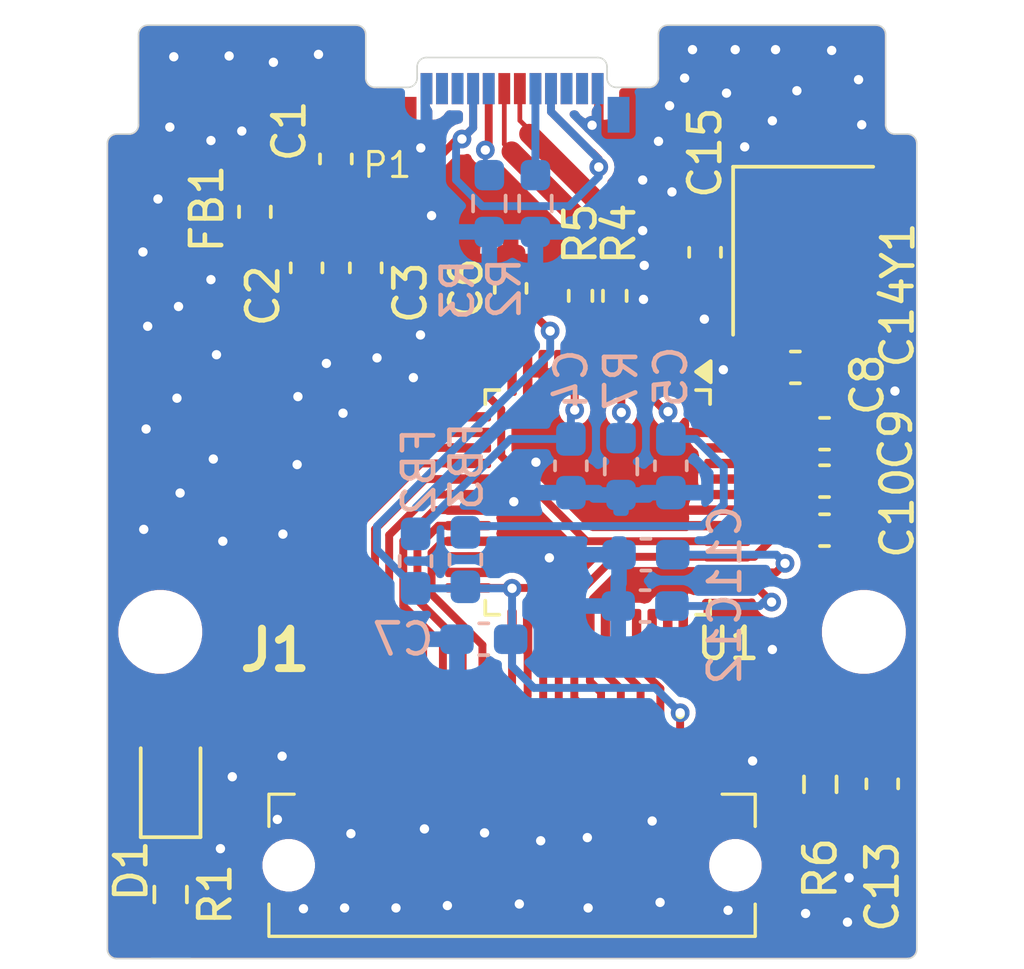
<source format=kicad_pcb>
(kicad_pcb (version 20240108) (generator "pcbnew") (generator_version "8.0")
  (title_block (title "Expansion Card Template") (rev "X1") (company "Framework") (comment 1 "This work is licensed under a Creative Commons Attribution 4.0 International License") (comment 4 "https://frame.work"))
  (layers (0 "F.Cu" signal) (31 "B.Cu" signal) (34 "B.Paste" user) (35 "F.Paste" user) (36 "B.SilkS" user "B.Silkscreen") (37 "F.SilkS" user "F.Silkscreen") (38 "B.Mask" user) (39 "F.Mask" user) (44 "Edge.Cuts" user))
  (net 0 "")
  (net 1 "GND")
  (net 2 "+3V3")
  (net 3 "VBUS")
  (net 4 "+5V")
  (net 5 "/FTDI.VPLL")
  (net 6 "/FTDI.VPHY")
  (net 7 "/FTDI.VCORE")
  (net 8 "/FTDI.VCCA")
  (net 9 "/FTDI.RESETB")
  (net 10 "/FTDI.XIN")
  (net 11 "/FTDI.XOUT")
  (net 12 "/PWR.LED.K")
  (net 13 "/USB.D+")
  (net 14 "/USB.D-")
  (net 15 "/FTDI.ADBUS1")
  (net 16 "/FTDI.ADBUS2")
  (net 17 "/FTDI.ACBUS8")
  (net 18 "/FTDI.ACBUS9")
  (net 19 "/FTDI.ACBUS5")
  (net 20 "/FTDI.ACBUS6")
  (net 21 "/FTDI.ADBUS7")
  (net 22 "/FTDI.ACBUS2")
  (net 23 "/FTDI.ADBUS3")
  (net 24 "/FTDI.ACBUS0")
  (net 25 "/FTDI.ACBUS3")
  (net 26 "/FTDI.ADBUS5")
  (net 27 "/FTDI.ADBUS6")
  (net 28 "/FTDI.ACBUS1")
  (net 29 "/FTDI.ADBUS4")
  (net 30 "/FTDI.ADBUS0")
  (net 31 "/FTDI.ACBUS4")
  (net 32 "/FTDI.ACBUS7")
  (net 33 "/USB.CC1")
  (net 40 "/USB.CC2")
  (net 45 "/FTDI.D-")
  (net 46 "/FTDI.D+")
  (net 47 "/FTDI.REF")
  (footprint "Package_QFP:LQFP-48_7x7mm_P0.5mm" (layer "F.Cu") (at 142.75 142.3375 -90)
    (property "Reference" "U1")
    (property "Value" "FT232H")
  )
  (footprint "Capacitor_SMD:C_0603_1608Metric_Pad1.08x0.95mm_HandSolder" (layer "F.Cu") (at 134.3406 131.3 90)
    (property "Reference" "C1")
    (property "Value" "10n")
  )
  (footprint "Resistor_SMD:R_0603_1608Metric_Pad0.98x0.95mm_HandSolder" (layer "F.Cu") (at 129.032 154.94 -90)
    (property "Reference" "R1")
    (property "Value" "1k5")
  )
  (footprint "Expansion_Card:USB_C_Plug_Molex_105444" (layer "F.Cu") (at 140 129)
    (property "Reference" "P1")
    (property "Value" "USB_C_Plug")
    (fp_line (start -3.35 0) (end -4.3 0) (stroke (width 0.05)) (layer "Edge.Cuts"))
    (fp_line (start -3.05 -0.66) (end -3.05 -0.3) (stroke (width 0.05)) (layer "Edge.Cuts"))
    (fp_line (start -2.75 -0.96) (end 2.75 -0.96) (stroke (width 0.05)) (layer "Edge.Cuts"))
    (fp_line (start 3.05 -0.66) (end 3.05 -0.3) (stroke (width 0.05)) (layer "Edge.Cuts"))
    (fp_line (start 3.35 0) (end 4.3 0) (stroke (width 0.05)) (layer "Edge.Cuts"))
    (fp_arc (start -3.05 -0.66) (mid -2.962132 -0.872132) (end -2.75 -0.96) (stroke (width 0.05)) (layer "Edge.Cuts"))
    (fp_arc (start -3.05 -0.3) (mid -3.137868 -0.087868) (end -3.35 0) (stroke (width 0.05)) (layer "Edge.Cuts"))
    (fp_arc (start 2.75 -0.96) (mid 2.962132 -0.872132) (end 3.05 -0.66) (stroke (width 0.05)) (layer "Edge.Cuts"))
    (fp_arc (start 3.35 0) (mid 3.137868 -0.087868) (end 3.05 -0.3) (stroke (width 0.05)) (layer "Edge.Cuts"))
  )
  (footprint "Capacitor_SMD:C_0603_1608Metric_Pad1.08x0.95mm_HandSolder" (layer "F.Cu") (at 133.4 134.8 -90)
    (property "Reference" "C2")
    (property "Value" "100n")
  )
  (footprint "MountingHole:MountingHole_2.2mm_M2" (layer "F.Cu") (at 128.7 146.5)
    (property "Reference" "H1" (hide yes))
    (property "Value" "MountingHole")
  )
  (footprint "MountingHole:MountingHole_2.2mm_M2" (layer "F.Cu") (at 151.3 146.5)
    (property "Reference" "H2" (hide yes))
    (property "Value" "MountingHole")
  )
  (footprint "Inductor_SMD:L_0603_1608Metric_Pad1.05x0.95mm_HandSolder" (layer "F.Cu") (at 131.74 133 -90)
    (property "Reference" "FB1")
    (property "Value" "FerriteBead")
  )
  (footprint "Crystal:Crystal_SMD_3225-4Pin_3.2x2.5mm_HandSoldering" (layer "F.Cu") (at 149.35 134.25 -90)
    (property "Reference" "Y1")
    (property "Value" "Crystal_GND24")
  )
  (footprint "Resistor_SMD:R_0402_1005Metric_Pad0.72x0.64mm_HandSolder" (layer "F.Cu") (at 142.2 135.7 -90)
    (property "Reference" "R5")
    (property "Value" "0R")
  )
  (footprint "Resistor_SMD:R_0603_1608Metric_Pad0.98x0.95mm_HandSolder" (layer "F.Cu") (at 149.9 151.4 90)
    (property "Reference" "R6")
    (property "Value" "12k")
  )
  (footprint "Capacitor_SMD:C_0603_1608Metric_Pad1.08x0.95mm_HandSolder" (layer "F.Cu") (at 151.892 151.384 -90)
    (property "Reference" "C13")
    (property "Value" "10n")
  )
  (footprint "Capacitor_SMD:C_0603_1608Metric_Pad1.08x0.95mm_HandSolder" (layer "F.Cu") (at 150.0367 143.2306)
    (property "Reference" "C10")
    (property "Value" "100n")
  )
  (footprint "Capacitor_SMD:C_0603_1608Metric_Pad1.08x0.95mm_HandSolder" (layer "F.Cu") (at 139.954 135.4593 90)
    (property "Reference" "C6")
    (property "Value" "100n")
  )
  (footprint "Capacitor_SMD:C_0603_1608Metric_Pad1.08x0.95mm_HandSolder" (layer "F.Cu") (at 135.3 134.8 -90)
    (property "Reference" "C3")
    (property "Value" "4u7")
  )
  (footprint "Resistor_SMD:R_0402_1005Metric_Pad0.72x0.64mm_HandSolder" (layer "F.Cu") (at 143.3 135.7 -90)
    (property "Reference" "R4")
    (property "Value" "0R")
  )
  (footprint "Capacitor_SMD:C_0603_1608Metric_Pad1.08x0.95mm_HandSolder" (layer "F.Cu") (at 149.1 138)
    (property "Reference" "C14")
    (property "Value" "27p")
  )
  (footprint "SFMH-110-02-L-D-LC-TR:SFMH11002LDLCTR" (layer "F.Cu") (at 140 154)
    (property "Reference" "J1")
    (property "Value" "SFMH-110-02-L-D-LC-TR" (hide yes))
  )
  (footprint "Capacitor_SMD:C_0603_1608Metric_Pad1.08x0.95mm_HandSolder" (layer "F.Cu") (at 150.0367 141.6558)
    (property "Reference" "C9")
    (property "Value" "4u7")
  )
  (footprint "LED_SMD:LED_0805_2012Metric_Pad1.15x1.40mm_HandSolder" (layer "F.Cu") (at 129.032 151.2375 90)
    (property "Reference" "D1")
    (property "Value" "LED")
  )
  (footprint "Capacitor_SMD:C_0603_1608Metric_Pad1.08x0.95mm_HandSolder" (layer "F.Cu") (at 150.0378 140.1318)
    (property "Reference" "C8")
    (property "Value" "100n")
  )
  (footprint "Capacitor_SMD:C_0603_1608Metric_Pad1.08x0.95mm_HandSolder" (layer "F.Cu") (at 146.2 134.3 90)
    (property "Reference" "C15")
    (property "Value" "27p")
  )
  (footprint "Resistor_SMD:R_0603_1608Metric_Pad0.98x0.95mm_HandSolder" (layer "B.Cu") (at 139.27 132.7325 -90)
    (property "Reference" "R3")
    (property "Value" "5k1")
  )
  (footprint "Inductor_SMD:L_0603_1608Metric_Pad1.05x0.95mm_HandSolder" (layer "B.Cu") (at 136.9 144.225 90)
    (property "Reference" "FB2")
    (property "Value" "FerriteBead")
  )
  (footprint "Capacitor_SMD:C_0603_1608Metric_Pad1.08x0.95mm_HandSolder" (layer "B.Cu") (at 141.89 141.1625 -90)
    (property "Reference" "C4")
    (property "Value" "100n")
  )
  (footprint "Resistor_SMD:R_0603_1608Metric_Pad0.98x0.95mm_HandSolder" (layer "B.Cu") (at 143.5 141.1875 -90)
    (property "Reference" "R7")
    (property "Value" "12k")
  )
  (footprint "Capacitor_SMD:C_0603_1608Metric_Pad1.08x0.95mm_HandSolder" (layer "B.Cu") (at 144.2985 144.018 180)
    (property "Reference" "C11")
    (property "Value" "100n")
  )
  (footprint "Resistor_SMD:R_0603_1608Metric_Pad0.98x0.95mm_HandSolder" (layer "B.Cu") (at 140.75 132.7325 -90)
    (property "Reference" "R2")
    (property "Value" "5k1")
  )
  (footprint "Inductor_SMD:L_0603_1608Metric_Pad1.05x0.95mm_HandSolder" (layer "B.Cu") (at 138.5 144.175 90)
    (property "Reference" "FB3")
    (property "Value" "FerriteBead")
  )
  (footprint "Capacitor_SMD:C_0603_1608Metric_Pad1.08x0.95mm_HandSolder" (layer "B.Cu") (at 145.1 141.1625 -90)
    (property "Reference" "C5")
    (property "Value" "100n")
  )
  (footprint "Capacitor_SMD:C_0603_1608Metric_Pad1.08x0.95mm_HandSolder" (layer "B.Cu") (at 139.0915 146.7358 180)
    (property "Reference" "C7")
    (property "Value" "100n")
  )
  (footprint "Capacitor_SMD:C_0603_1608Metric_Pad1.08x0.95mm_HandSolder" (layer "B.Cu") (at 144.272 145.669 180)
    (property "Reference" "C12")
    (property "Value" "100n")
  )
  (gr_line (start 153 130.8) (end 153 156.7) (stroke (width 0.05)) (layer "Edge.Cuts"))
  (gr_line (start 127.3 157) (end 152.7 157) (stroke (width 0.05)) (layer "Edge.Cuts"))
  (gr_arc (start 144.7 128.7) (mid 144.612132 128.912132) (end 144.4 129) (stroke (width 0.05)) (layer "Edge.Cuts"))
  (gr_arc (start 135 127) (mid 135.212132 127.087868) (end 135.3 127.3) (stroke (width 0.05)) (layer "Edge.Cuts"))
  (gr_line (start 144.7 128.7) (end 144.7 127.3) (stroke (width 0.05)) (layer "Edge.Cuts"))
  (gr_arc (start 144.7 127.3) (mid 144.787868 127.087868) (end 145 127) (stroke (width 0.05)) (layer "Edge.Cuts"))
  (gr_line (start 135 127) (end 128.3 127) (stroke (width 0.05)) (layer "Edge.Cuts"))
  (gr_line (start 145 127) (end 151.7 127) (stroke (width 0.05)) (layer "Edge.Cuts"))
  (gr_arc (start 127.3 157) (mid 127.087868 156.912132) (end 127 156.7) (stroke (width 0.05)) (layer "Edge.Cuts"))
  (gr_line (start 144.3 129) (end 144.4 129) (stroke (width 0.05)) (layer "Edge.Cuts"))
  (gr_arc (start 128 127.3) (mid 128.087868 127.087868) (end 128.3 127) (stroke (width 0.05)) (layer "Edge.Cuts"))
  (gr_line (start 128 130.2) (end 128 127.3) (stroke (width 0.05)) (layer "Edge.Cuts"))
  (gr_arc (start 128 130.2) (mid 127.912132 130.412132) (end 127.7 130.5) (stroke (width 0.05)) (layer "Edge.Cuts"))
  (gr_arc (start 127 130.8) (mid 127.087868 130.587868) (end 127.3 130.5) (stroke (width 0.05)) (layer "Edge.Cuts"))
  (gr_line (start 127.3 130.5) (end 127.7 130.5) (stroke (width 0.05)) (layer "Edge.Cuts"))
  (gr_line (start 152 130.2) (end 152 127.3) (stroke (width 0.05)) (layer "Edge.Cuts"))
  (gr_arc (start 152.7 130.5) (mid 152.912132 130.587868) (end 153 130.8) (stroke (width 0.05)) (layer "Edge.Cuts"))
  (gr_arc (start 152.3 130.5) (mid 152.087868 130.412132) (end 152 130.2) (stroke (width 0.05)) (layer "Edge.Cuts"))
  (gr_line (start 152.3 130.5) (end 152.7 130.5) (stroke (width 0.05)) (layer "Edge.Cuts"))
  (gr_line (start 127 130.8) (end 127 156.7) (stroke (width 0.05)) (layer "Edge.Cuts"))
  (gr_line (start 135.6 129) (end 135.7 129) (stroke (width 0.05)) (layer "Edge.Cuts"))
  (gr_line (start 135.3 128.7) (end 135.3 127.3) (stroke (width 0.05)) (layer "Edge.Cuts"))
  (gr_arc (start 153 156.7) (mid 152.912132 156.912132) (end 152.7 157) (stroke (width 0.05)) (layer "Edge.Cuts"))
  (gr_arc (start 151.7 127) (mid 151.912132 127.087868) (end 152 127.3) (stroke (width 0.05)) (layer "Edge.Cuts"))
  (gr_arc (start 135.6 129) (mid 135.387868 128.912132) (end 135.3 128.7) (stroke (width 0.05)) (layer "Edge.Cuts"))
  (segment (start 146.7375 135.7) (end 146.2 135.1625) (width 0.254) (layer "F.Cu") (net 1))
  (segment (start 142.75 130.05) (end 143.1417 130.4417) (width 0.1524) (layer "F.Cu") (net 1))
  (segment (start 137.100256 130.945944) (end 137.067344 130.945944) (width 0.1524) (layer "F.Cu") (net 1))
  (segment (start 137.25 130.7962) (end 137.100256 130.945944) (width 0.1524) (layer "F.Cu") (net 1))
  (segment (start 142.75 129.04) (end 142.75 130.05) (width 0.1524) (layer "F.Cu") (net 1))
  (segment (start 139.69763 144.5875) (end 140.16553 144.1196) (width 0.1524) (layer "F.Cu") (net 1))
  (segment (start 137.25 129.04) (end 137.25 130.7962) (width 0.1524) (layer "F.Cu") (net 1))
  (segment (start 140.16553 144.1196) (end 141.1986 144.1196) (width 0.1524) (layer "F.Cu") (net 1))
  (segment (start 138.5875 144.5875) (end 139.69763 144.5875) (width 0.1524) (layer "F.Cu") (net 1))
  (segment (start 142.915688 130.215688) (end 143.1417 130.4417) (width 0.1524) (layer "F.Cu") (net 1))
  (segment (start 143.1417 130.4417) (end 143.4338 130.7338) (width 0.1524) (layer "F.Cu") (net 1))
  (segment (start 143.4338 130.7338) (end 144.7038 130.7338) (width 0.1524) (layer "F.Cu") (net 1))
  (segment (start 148.2 135.7) (end 146.7375 135.7) (width 0.254) (layer "F.Cu") (net 1))
  (segment (start 142.57 130.215688) (end 142.915688 130.215688) (width 0.1524) (layer "F.Cu") (net 1))
  (via (at 130.6322 153.4668) (size 0.6) (drill 0.3) (layers "F.Cu" "B.Cu") (net 1))
  (via (at 128.6256 132.588) (size 0.6) (drill 0.3) (layers "F.Cu" "B.Cu") (net 1))
  (via (at 150.2664 127.8128) (size 0.6) (drill 0.3) (layers "F.Cu" "B.Cu") (net 1))
  (via (at 144.5006 152.5778) (size 0.6) (drill 0.3) (layers "F.Cu" "B.Cu") (net 1))
  (via (at 140.7668 141.0462) (size 0.6) (drill 0.3) (layers "F.Cu" "B.Cu") (net 1))
  (via (at 135.6614 137.6934) (size 0.6) (drill 0.3) (layers "F.Cu" "B.Cu") (net 1))
  (via (at 129.2352 138.9888) (size 0.6) (drill 0.3) (layers "F.Cu" "B.Cu") (net 1))
  (via (at 130.3274 135.1788) (size 0.6) (drill 0.3) (layers "F.Cu" "B.Cu") (net 1))
  (via (at 141.1986 144.1196) (size 0.6) (drill 0.3) (layers "F.Cu" "B.Cu") (net 1))
  (via (at 130.9116 127.9906) (size 0.6) (drill 0.3) (layers "F.Cu" "B.Cu") (net 1))
  (via (at 147.4724 130.9116) (size 0.6) (drill 0.3) (layers "F.Cu" "B.Cu") (net 1))
  (via (at 144.7546 155.194) (size 0.6) (drill 0.3) (layers "F.Cu" "B.Cu") (net 1))
  (via (at 129.0066 130.2766) (size 0.6) (drill 0.3) (layers "F.Cu" "B.Cu") (net 1))
  (via (at 147.7264 150.6474) (size 0.6) (drill 0.3) (layers "F.Cu" "B.Cu") (net 1))
  (via (at 148.463 127.7874) (size 0.6) (drill 0.3) (layers "F.Cu" "B.Cu") (net 1))
  (via (at 144.2212 135.8138) (size 0.6) (drill 0.3) (layers "F.Cu" "B.Cu") (net 1))
  (via (at 129.286 136.0424) (size 0.6) (drill 0.3) (layers "F.Cu" "B.Cu") (net 1))
  (via (at 128.143 134.2898) (size 0.6) (drill 0.3) (layers "F.Cu" "B.Cu") (net 1))
  (via (at 146.7866 138.0744) (size 0.6) (drill 0.3) (layers "F.Cu" "B.Cu") (net 1))
  (via (at 130.5052 137.5918) (size 0.6) (drill 0.3) (layers "F.Cu" "B.Cu") (net 1))
  (via (at 139.1158 152.9588) (size 0.6) (drill 0.3) (layers "F.Cu" "B.Cu") (net 1))
  (via (at 145.1356 132.3594) (size 0.6) (drill 0.3) (layers "F.Cu" "B.Cu") (net 1))
  (via (at 150.8252 154.4066) (size 0.6) (drill 0.3) (layers "F.Cu" "B.Cu") (net 1))
  (via (at 130.3274 130.7084) (size 0.6) (drill 0.3) (layers "F.Cu" "B.Cu") (net 1))
  (via (at 152.2984 138.7602) (size 0.6) (drill 0.3) (layers "F.Cu" "B.Cu") (net 1))
  (via (at 146.177 136.4488) (size 0.6) (drill 0.3) (layers "F.Cu" "B.Cu") (net 1))
  (via (at 146.8882 129.1844) (size 0.6) (drill 0.3) (layers "F.Cu" "B.Cu") (net 1))
  (via (at 142.57 130.215688) (size 0.6) (drill 0.3) (layers "F.Cu" "B.Cu") (net 1))
  (via (at 132.6134 150.495) (size 0.6) (drill 0.3) (layers "F.Cu" "B.Cu") (net 1))
  (via (at 149.4282 155.5496) (size 0.6) (drill 0.3) (layers "F.Cu" "B.Cu") (net 1))
  (via (at 128.2954 136.6774) (size 0.6) (drill 0.3) (layers "F.Cu" "B.Cu") (net 1))
  (via (at 137.414 133.1214) (size 0.6) (drill 0.3) (layers "F.Cu" "B.Cu") (net 1))
  (via (at 137.067344 130.945944) (size 0.6) (drill 0.3) (layers "F.Cu" "B.Cu") (net 1))
  (via (at 131.0132 151.1554) (size 0.6) (drill 0.3) (layers "F.Cu" "B.Cu") (net 1))
  (via (at 144.1958 131.9784) (size 0.6) (drill 0.3) (layers "F.Cu" "B.Cu") (net 1))
  (via (at 142.4432 155.3718) (size 0.6) (drill 0.3) (layers "F.Cu" "B.Cu") (net 1))
  (via (at 151.2316 130.2004) (size 0.6) (drill 0.3) (layers "F.Cu" "B.Cu") (net 1))
  (via (at 133.096 141.1224) (size 0.6) (drill 0.3) (layers "F.Cu" "B.Cu") (net 1))
  (via (at 150.7744 155.829) (size 0.6) (drill 0.3) (layers "F.Cu" "B.Cu") (net 1))
  (via (at 128.1684 143.2052) (size 0.6) (drill 0.3) (layers "F.Cu" "B.Cu") (net 1))
  (via (at 148.3614 130.0734) (size 0.6) (drill 0.3) (layers "F.Cu" "B.Cu") (net 1))
  (via (at 151.13 128.7526) (size 0.6) (drill 0.3) (layers "F.Cu" "B.Cu") (net 1))
  (via (at 129.1336 128.016) (size 0.6) (drill 0.3) (layers "F.Cu" "B.Cu") (net 1))
  (via (at 133.7818 127.9398) (size 0.6) (drill 0.3) (layers "F.Cu" "B.Cu") (net 1))
  (via (at 136.8298 138.3284) (size 0.6) (drill 0.3) (layers "F.Cu" "B.Cu") (net 1))
  (via (at 142.4178 153.1112) (size 0.6) (drill 0.3) (layers "F.Cu" "B.Cu") (net 1))
  (via (at 137.1854 152.8318) (size 0.6) (drill 0.3) (layers "F.Cu" "B.Cu") (net 1))
  (via (at 130.4036 140.9446) (size 0.6) (drill 0.3) (layers "F.Cu" "B.Cu") (net 1))
  (via (at 128.2446 139.9794) (size 0.6) (drill 0.3) (layers "F.Cu" "B.Cu") (net 1))
  (via (at 147.1676 127.7874) (size 0.6) (drill 0.3) (layers "F.Cu" "B.Cu") (net 1))
  (via (at 146.939 155.448) (size 0.6) (drill 0.3) (layers "F.Cu" "B.Cu") (net 1))
  (via (at 137.922 155.2956) (size 0.6) (drill 0.3) (layers "F.Cu" "B.Cu") (net 1))
  (via (at 145.542 128.7018) (size 0.6) (drill 0.3) (layers "F.Cu" "B.Cu") (net 1))
  (via (at 132.6388 143.3576) (size 0.6) (drill 0.3) (layers "F.Cu" "B.Cu") (net 1))
  (via (at 148.3614 147.066) (size 0.6) (drill 0.3) (layers "F.Cu" "B.Cu") (net 1))
  (via (at 140.2334 155.2448) (size 0.6) (drill 0.3) (layers "F.Cu" "B.Cu") (net 1))
  (via (at 144.2466 134.7216) (size 0.6) (drill 0.3) (layers "F.Cu" "B.Cu") (net 1))
  (via (at 140.9192 153.2128) (size 0.6) (drill 0.3) (layers "F.Cu" "B.Cu") (net 1))
  (via (at 133.2992 155.3972) (size 0.6) (drill 0.3) (layers "F.Cu" "B.Cu") (net 1))
  (via (at 140.0556 142.3162) (size 0.6) (drill 0.3) (layers "F.Cu" "B.Cu") (net 1))
  (via (at 136.271 155.3718) (size 0.6) (drill 0.3) (layers "F.Cu" "B.Cu") (net 1))
  (via (at 129.3368 142.0368) (size 0.6) (drill 0.3) (layers "F.Cu" "B.Cu") (net 1))
  (via (at 132.461 152.527) (size 0.6) (drill 0.3) (layers "F.Cu" "B.Cu") (net 1))
  (via (at 144.7038 130.7338) (size 0.6) (drill 0.3) (layers "F.Cu" "B.Cu") (net 1))
  (via (at 133.1214 138.938) (size 0.6) (drill 0.3) (layers "F.Cu" "B.Cu") (net 1))
  (via (at 134.5692 139.4714) (size 0.6) (drill 0.3) (layers "F.Cu" "B.Cu") (net 1))
  (via (at 130.7084 143.5862) (size 0.6) (drill 0.3) (layers "F.Cu" "B.Cu") (net 1))
  (via (at 145.0594 129.5908) (size 0.6) (drill 0.3) (layers "F.Cu" "B.Cu") (net 1))
  (via (at 132.334 128.1938) (size 0.6) (drill 0.3) (layers "F.Cu" "B.Cu") (net 1))
  (via (at 134.8232 152.9842) (size 0.6) (drill 0.3) (layers "F.Cu" "B.Cu") (net 1))
  (via (at 134.62 155.3718) (size 0.6) (drill 0.3) (layers "F.Cu" "B.Cu") (net 1))
  (via (at 134.0358 137.8712) (size 0.6) (drill 0.3) (layers "F.Cu" "B.Cu") (net 1))
  (via (at 137.0584 136.9568) (size 0.6) (drill 0.3) (layers "F.Cu" "B.Cu") (net 1))
  (via (at 144.1958 133.604) (size 0.6) (drill 0.3) (layers "F.Cu" "B.Cu") (net 1))
  (via (at 149.1488 129.1082) (size 0.6) (drill 0.3) (layers "F.Cu" "B.Cu") (net 1))
  (via (at 131.318 130.4036) (size 0.6) (drill 0.3) (layers "F.Cu" "B.Cu") (net 1))
  (via (at 145.796 127.7874) (size 0.6) (drill 0.3) (layers "F.Cu" "B.Cu") (net 1))
  (segment (start 142.753112 130.215688) (end 142.57 130.215688) (width 0.1524) (layer "B.Cu") (net 1))
  (segment (start 142.7938 130.175) (end 142.753112 130.215688) (width 0.1524) (layer "B.Cu") (net 1))
  (segment (start 142.75 129.04) (end 142.75 130.1312) (width 0.1524) (layer "B.Cu") (net 1))
  (segment (start 142.75 130.1312) (end 142.7938 130.175) (width 0.1524) (layer "B.Cu") (net 1))
  (segment (start 137.25 129.04) (end 137.25 130.763288) (width 0.1524) (layer "B.Cu") (net 1))
  (segment (start 137.25 130.763288) (end 137.067344 130.945944) (width 0.1524) (layer "B.Cu") (net 1))
  (segment (start 149.86 152.4) (end 146.258 152.4) (width 0.254) (layer "F.Cu") (net 2))
  (segment (start 140 136.3678) (end 139.954 136.3218) (width 0.254) (layer "F.Cu") (net 2))
  (segment (start 148.6367 143.2306) (end 149.1742 143.2306) (width 0.254) (layer "F.Cu") (net 2))
  (segment (start 145.398 149.102) (end 145.4 149.1) (width 0.254) (layer "F.Cu") (net 2))
  (segment (start 140 145.1) (end 140.0125 145.0875) (width 0.254) (layer "F.Cu") (net 2))
  (segment (start 139.954 136.3218) (end 140.716 136.3218) (width 0.254) (layer "F.Cu") (net 2))
  (segment (start 140 138.175) (end 140 136.3678) (width 0.254) (layer "F.Cu") (net 2))
  (segment (start 149.1742 141.6558) (end 149.1742 143.2306) (width 0.254) (layer "F.Cu") (net 2))
  (segment (start 148.2105 140.5875) (end 146.9125 140.5875) (width 0.254) (layer "F.Cu") (net 2))
  (segment (start 145.398 151.54) (end 145.398 150.57) (width 0.254) (layer "F.Cu") (net 2))
  (segment (start 146.9125 144.0875) (end 147.7798 144.0875) (width 0.254) (layer "F.Cu") (net 2))
  (segment (start 149.1753 140.1318) (end 149.1753 141.6547) (width 0.254) (layer "F.Cu") (net 2))
  (segment (start 149.1753 141.6547) (end 149.1742 141.6558) (width 0.254) (layer "F.Cu") (net 2))
  (segment (start 148.6662 140.1318) (end 148.2105 140.5875) (width 0.254) (layer "F.Cu") (net 2))
  (segment (start 138.5875 145.0875) (end 139.9875 145.0875) (width 0.254) (layer "F.Cu") (net 2))
  (segment (start 140.716 136.3218) (end 141.224 136.8298) (width 0.254) (layer "F.Cu") (net 2))
  (segment (start 142.3025 145.0875) (end 143.3025 144.0875) (width 0.254) (layer "F.Cu") (net 2))
  (segment (start 145.398 150.57) (end 145.398 149.102) (width 0.254) (layer "F.Cu") (net 2))
  (segment (start 146.258 152.4) (end 145.398 151.54) (width 0.254) (layer "F.Cu") (net 2))
  (segment (start 143.3025 144.0875) (end 146.9125 144.0875) (width 0.254) (layer "F.Cu") (net 2))
  (segment (start 147.7798 144.0875) (end 148.6367 143.2306) (width 0.254) (layer "F.Cu") (net 2))
  (segment (start 139.9875 145.0875) (end 140 145.1) (width 0.254) (layer "F.Cu") (net 2))
  (segment (start 149.1753 140.1318) (end 148.6662 140.1318) (width 0.254) (layer "F.Cu") (net 2))
  (segment (start 140.0125 145.0875) (end 142.3025 145.0875) (width 0.254) (layer "F.Cu") (net 2))
  (via (at 140 145.1) (size 0.6) (drill 0.3) (layers "F.Cu" "B.Cu") (net 2))
  (via (at 141.224 136.8298) (size 0.6) (drill 0.3) (layers "F.Cu" "B.Cu") (net 2))
  (via (at 145.4 149.1) (size 0.6) (drill 0.3) (layers "F.Cu" "B.Cu") (net 2))
  (segment (start 141.224 137.541) (end 141.224 136.8298) (width 0.254) (layer "B.Cu") (net 2))
  (segment (start 140 145.1) (end 136.9 145.1) (width 0.254) (layer "B.Cu") (net 2))
  (segment (start 144.6 148.3) (end 140.7 148.3) (width 0.254) (layer "B.Cu") (net 2))
  (segment (start 135.6614 143.1036) (end 141.224 137.541) (width 0.254) (layer "B.Cu") (net 2))
  (segment (start 135.6614 143.8614) (end 135.6614 143.1036) (width 0.254) (layer "B.Cu") (net 2))
  (segment (start 136.9 145.1) (end 135.6614 143.8614) (width 0.254) (layer "B.Cu") (net 2))
  (segment (start 145.4 149.1) (end 144.6 148.3) (width 0.254) (layer "B.Cu") (net 2))
  (segment (start 140 147.6) (end 140 145.1) (width 0.254) (layer "B.Cu") (net 2))
  (segment (start 140.7 148.3) (end 140 147.6) (width 0.254) (layer "B.Cu") (net 2))
  (segment (start 142.557 131.0894) (end 142.5702 131.0894) (width 0.1524) (layer "F.Cu") (net 3))
  (segment (start 138.39 130.66) (end 138.24 130.66) (width 0.254) (layer "F.Cu") (net 3))
  (segment (start 138.24 130.66) (end 136.775 132.125) (width 0.254) (layer "F.Cu") (net 3))
  (segment (start 141.25 129.7824) (end 142.557 131.0894) (width 0.254) (layer "F.Cu") (net 3))
  (segment (start 136.775 132.125) (end 131.74 132.125) (width 0.254) (layer "F.Cu") (net 3))
  (segment (start 138.75 130.3) (end 138.75 129.04) (width 0.254) (layer "F.Cu") (net 3))
  (segment (start 138.39 130.66) (end 138.75 130.3) (width 0.254) (layer "F.Cu") (net 3))
  (segment (start 142.5702 131.0894) (end 142.784843 131.304043) (width 0.254) (layer "F.Cu") (net 3))
  (segment (start 141.25 129.04) (end 141.25 129.7824) (width 0.254) (layer "F.Cu") (net 3))
  (segment (start 142.784843 131.304043) (end 142.784843 131.560557) (width 0.1524) (layer "F.Cu") (net 3))
  (via (at 138.39 130.66) (size 0.6) (drill 0.3) (layers "F.Cu" "B.Cu") (net 3))
  (via (at 142.784843 131.560557) (size 0.6) (drill 0.3) (layers "F.Cu" "B.Cu") (net 3))
  (segment (start 138.75 130.3) (end 138.75 129.04) (width 0.254) (layer "B.Cu") (net 3))
  (segment (start 141.8336 132.8166) (end 139.046038 132.8166) (width 0.254) (layer "B.Cu") (net 3))
  (segment (start 138.39 130.66) (end 138.75 130.3) (width 0.254) (layer "B.Cu") (net 3))
  (segment (start 138.2014 130.8486) (end 138.39 130.66) (width 0.1524) (layer "B.Cu") (net 3))
  (segment (start 141.25 129.7824) (end 142.784843 131.317243) (width 0.254) (layer "B.Cu") (net 3))
  (segment (start 141.25 129.04) (end 141.25 129.7824) (width 0.254) (layer "B.Cu") (net 3))
  (segment (start 139.046038 132.8166) (end 138.2014 131.971962) (width 0.254) (layer "B.Cu") (net 3))
  (segment (start 142.784843 131.317243) (end 142.784843 131.865357) (width 0.254) (layer "B.Cu") (net 3))
  (segment (start 138.2014 131.971962) (end 138.2014 130.8486) (width 0.254) (layer "B.Cu") (net 3))
  (segment (start 142.784843 131.865357) (end 141.8336 132.8166) (width 0.254) (layer "B.Cu") (net 3))
  (segment (start 131.74 148.32) (end 131.74 133.875) (width 0.254) (layer "F.Cu") (net 4))
  (segment (start 142.3937 143.5875) (end 139.652 140.8458) (width 0.254) (layer "F.Cu") (net 4))
  (segment (start 138.5 138.191908) (end 138.5 135.5) (width 0.254) (layer "F.Cu") (net 4))
  (segment (start 129.8475 150.2125) (end 131.74 148.32) (width 0.254) (layer "F.Cu") (net 4))
  (segment (start 146.9125 143.5875) (end 142.3937 143.5875) (width 0.254) (layer "F.Cu") (net 4))
  (segment (start 129.032 150.2125) (end 129.8475 150.2125) (width 0.254) (layer "F.Cu") (net 4))
  (segment (start 136.875 133.875) (end 131.74 133.875) (width 0.254) (layer "F.Cu") (net 4))
  (segment (start 138.5 135.5) (end 136.875 133.875) (width 0.254) (layer "F.Cu") (net 4))
  (segment (start 139.652 139.343908) (end 138.5 138.191908) (width 0.254) (layer "F.Cu") (net 4))
  (segment (start 139.652 140.8458) (end 139.652 139.343908) (width 0.254) (layer "F.Cu") (net 4))
  (segment (start 142.0114 138.1864) (end 142 138.175) (width 0.254) (layer "F.Cu") (net 5))
  (segment (start 142.0114 139.3698) (end 142.0114 138.1864) (width 0.254) (layer "F.Cu") (net 5))
  (via (at 142.0114 139.3698) (size 0.6) (drill 0.3) (layers "F.Cu" "B.Cu") (net 5))
  (segment (start 139.95 140.3) (end 141.89 140.3) (width 0.254) (layer "B.Cu") (net 5))
  (segment (start 141.89 139.4912) (end 141.89 140.3) (width 0.254) (layer "B.Cu") (net 5))
  (segment (start 142.0114 139.3698) (end 141.89 139.4912) (width 0.254) (layer "B.Cu") (net 5))
  (segment (start 136.9 143.35) (end 139.95 140.3) (width 0.254) (layer "B.Cu") (net 5))
  (segment (start 144.5 138.175) (end 144.5 138.983092) (width 0.254) (layer "F.Cu") (net 6))
  (segment (start 144.816908 139.3) (end 145.01 139.42) (width 0.254) (layer "F.Cu") (net 6))
  (segment (start 144.5 138.983092) (end 144.816908 139.3) (width 0.254) (layer "F.Cu") (net 6))
  (segment (start 145.01 139.42) (end 145 139.3) (width 0.254) (layer "F.Cu") (net 6))
  (via (at 145.01 139.42) (size 0.6) (drill 0.3) (layers "F.Cu" "B.Cu") (net 6))
  (segment (start 145.01 140.21) (end 145.1 140.3) (width 0.254) (layer "B.Cu") (net 6))
  (segment (start 145.9 140.3) (end 145.1 140.3) (width 0.254) (layer "B.Cu") (net 6))
  (segment (start 146.8 142.4) (end 146.8 141.2) (width 0.254) (layer "B.Cu") (net 6))
  (segment (start 145.01 139.42) (end 145.01 140.21) (width 0.254) (layer "B.Cu") (net 6))
  (segment (start 146.1 143.1) (end 146.8 142.4) (width 0.254) (layer "B.Cu") (net 6))
  (segment (start 146.8 141.2) (end 145.9 140.3) (width 0.254) (layer "B.Cu") (net 6))
  (segment (start 138.7 143.1) (end 146.1 143.1) (width 0.254) (layer "B.Cu") (net 6))
  (segment (start 138.5 143.3) (end 138.7 143.1) (width 0.254) (layer "B.Cu") (net 6))
  (segment (start 148.7678 144.2974) (end 148.4777 144.5875) (width 0.254) (layer "F.Cu") (net 7))
  (segment (start 148.4777 144.5875) (end 146.9125 144.5875) (width 0.254) (layer "F.Cu") (net 7))
  (via (at 148.7678 144.2974) (size 0.6) (drill 0.3) (layers "F.Cu" "B.Cu") (net 7))
  (segment (start 148.4884 144.018) (end 145.161 144.018) (width 0.254) (layer "B.Cu") (net 7))
  (segment (start 148.7678 144.2974) (end 148.4884 144.018) (width 0.254) (layer "B.Cu") (net 7))
  (segment (start 148.336 145.542) (end 147.8815 145.0875) (width 0.254) (layer "F.Cu") (net 8))
  (segment (start 147.8815 145.0875) (end 146.9125 145.0875) (width 0.254) (layer "F.Cu") (net 8))
  (via (at 148.336 145.542) (size 0.6) (drill 0.3) (layers "F.Cu" "B.Cu") (net 8))
  (segment (start 148.082 145.542) (end 147.955 145.669) (width 0.254) (layer "B.Cu") (net 8))
  (segment (start 148.336 145.542) (end 148.082 145.542) (width 0.254) (layer "B.Cu") (net 8))
  (segment (start 147.955 145.669) (end 145.1345 145.669) (width 0.254) (layer "B.Cu") (net 8))
  (segment (start 151.892 150.5215) (end 149.9135 150.5215) (width 0.254) (layer "F.Cu") (net 9))
  (segment (start 148.59 148.59) (end 149.86 149.86) (width 0.254) (layer "F.Cu") (net 9))
  (segment (start 149.86 149.86) (end 149.86 150.575) (width 0.254) (layer "F.Cu") (net 9))
  (segment (start 149.9135 150.5215) (end 149.86 150.575) (width 0.254) (layer "F.Cu") (net 9))
  (segment (start 145.796 148.59) (end 148.59 148.59) (width 0.254) (layer "F.Cu") (net 9))
  (segment (start 144.5 147.308092) (end 144.756408 147.5645) (width 0.254) (layer "F.Cu") (net 9))
  (segment (start 144.7705 147.5645) (end 145.796 148.59) (width 0.254) (layer "F.Cu") (net 9))
  (segment (start 144.756408 147.5645) (end 144.7705 147.5645) (width 0.254) (layer "F.Cu") (net 9))
  (segment (start 144.5 146.5) (end 144.5 147.308092) (width 0.254) (layer "F.Cu") (net 9))
  (segment (start 150.5 135.85) (end 149.25 137.1) (width 0.254) (layer "F.Cu") (net 10))
  (segment (start 149.9625 137.8125) (end 149.25 137.1) (width 0.254) (layer "F.Cu") (net 10))
  (segment (start 145.5 137.3) (end 145.5 138.175) (width 0.254) (layer "F.Cu") (net 10))
  (segment (start 145.7 137.1) (end 145.5 137.3) (width 0.254) (layer "F.Cu") (net 10))
  (segment (start 149.9625 138) (end 149.9625 137.8125) (width 0.254) (layer "F.Cu") (net 10))
  (segment (start 149.25 137.1) (end 145.7 137.1) (width 0.254) (layer "F.Cu") (net 10))
  (segment (start 150.5 135.7) (end 150.5 135.85) (width 0.254) (layer "F.Cu") (net 10))
  (segment (start 147.4625 133.5375) (end 148.2 132.8) (width 0.254) (layer "F.Cu") (net 11))
  (segment (start 145 138.175) (end 145 134.2) (width 0.254) (layer "F.Cu") (net 11))
  (segment (start 145 134.2) (end 145.6625 133.5375) (width 0.254) (layer "F.Cu") (net 11))
  (segment (start 145.6625 133.5375) (end 147.4625 133.5375) (width 0.254) (layer "F.Cu") (net 11))
  (segment (start 129.032 152.2625) (end 129.032 154.0275) (width 0.254) (layer "F.Cu") (net 12))
  (segment (start 142.2 135.1025) (end 142.2 134.566249) (width 0.65) (layer "F.Cu") (net 13))
  (segment (start 139.75 130.823813) (end 139.988219 131.062032) (width 0.1524) (layer "F.Cu") (net 13))
  (segment (start 142.35 133.423813) (end 139.988219 131.062032) (width 0.65) (layer "F.Cu") (net 13))
  (segment (start 139.75 129.04) (end 139.75 130.823813) (width 0.1524) (layer "F.Cu") (net 13))
  (segment (start 142.35 134.416249) (end 142.35 133.423813) (width 0.65) (layer "F.Cu") (net 13))
  (segment (start 142.2 134.566249) (end 142.35 134.416249) (width 0.65) (layer "F.Cu") (net 13))
  (segment (start 140.25 129.04) (end 140.25 130.0646) (width 0.1524) (layer "F.Cu") (net 14))
  (segment (start 143.3 135.1025) (end 143.3 134.566249) (width 0.65) (layer "F.Cu") (net 14))
  (segment (start 140.25 130.0646) (end 140.553905 130.368505) (width 0.1524) (layer "F.Cu") (net 14))
  (segment (start 143.3 134.566249) (end 143.15 134.416249) (width 0.65) (layer "F.Cu") (net 14))
  (segment (start 143.15 134.416249) (end 143.15 133.092441) (width 0.65) (layer "F.Cu") (net 14))
  (segment (start 143.15 133.092441) (end 140.553905 130.496346) (width 0.65) (layer "F.Cu") (net 14))
  (segment (start 140.553905 130.368505) (end 140.553905 130.496346) (width 0.1524) (layer "F.Cu") (net 14))
  (segment (start 136.785038 140.0875) (end 134.236 142.636538) (width 0.254) (layer "F.Cu") (net 15))
  (segment (start 134.236 146.682) (end 134.603 147.049) (width 0.254) (layer "F.Cu") (net 15))
  (segment (start 134.236 142.636538) (end 134.236 146.682) (width 0.254) (layer "F.Cu") (net 15))
  (segment (start 134.603 147.049) (end 134.603 150.57) (width 0.254) (layer "F.Cu") (net 15))
  (segment (start 138.5875 140.0875) (end 136.785038 140.0875) (width 0.254) (layer "F.Cu") (net 15))
  (segment (start 134.69 146.416316) (end 135.238 146.964316) (width 0.254) (layer "F.Cu") (net 16))
  (segment (start 138.5875 140.5875) (end 136.927092 140.5875) (width 0.254) (layer "F.Cu") (net 16))
  (segment (start 136.927092 140.5875) (end 134.955947 142.558644) (width 0.254) (layer "F.Cu") (net 16))
  (segment (start 134.69 142.82459) (end 134.69 146.416316) (width 0.254) (layer "F.Cu") (net 16))
  (segment (start 134.955947 142.558644) (end 134.69 142.82459) (width 0.254) (layer "F.Cu") (net 16))
  (segment (start 135.238 146.964316) (end 135.238 150.57) (width 0.254) (layer "F.Cu") (net 16))
  (segment (start 144.128 148.326052) (end 143.5 147.698052) (width 0.254) (layer "F.Cu") (net 17))
  (segment (start 143.5 147.698052) (end 143.5 146.5) (width 0.254) (layer "F.Cu") (net 17))
  (segment (start 144.128 150.57) (end 144.128 148.326052) (width 0.254) (layer "F.Cu") (net 17))
  (segment (start 144.763 148.319) (end 144.763 150.57) (width 0.254) (layer "F.Cu") (net 18))
  (segment (start 144 147.556) (end 144.763 148.319) (width 0.254) (layer "F.Cu") (net 18))
  (segment (start 144 146.5) (end 144 147.556) (width 0.254) (layer "F.Cu") (net 18))
  (segment (start 142 148.638) (end 142.223 148.861) (width 0.254) (layer "F.Cu") (net 19))
  (segment (start 142.223 148.861) (end 142.223 150.57) (width 0.254) (layer "F.Cu") (net 19))
  (segment (start 142 146.5) (end 142 148.638) (width 0.254) (layer "F.Cu") (net 19))
  (segment (start 142.858 148.446) (end 142.858 150.57) (width 0.254) (layer "F.Cu") (net 20))
  (segment (start 142.5 146.5) (end 142.5 148.088) (width 0.254) (layer "F.Cu") (net 20))
  (segment (start 142.5 148.088) (end 142.858 148.446) (width 0.254) (layer "F.Cu") (net 20))
  (segment (start 138.5875 143.0875) (end 137.637355 143.0875) (width 0.254) (layer "F.Cu") (net 21))
  (segment (start 136.96 145.476053) (end 138.413 146.929053) (width 0.254) (layer "F.Cu") (net 21))
  (segment (start 136.96 143.764855) (end 136.96 145.476053) (width 0.254) (layer "F.Cu") (net 21))
  (segment (start 138.413 146.929053) (end 138.413 150.57) (width 0.254) (layer "F.Cu") (net 21))
  (segment (start 137.637355 143.0875) (end 136.96 143.764855) (width 0.254) (layer "F.Cu") (net 21))
  (segment (start 140.318 148.734) (end 140.318 150.57) (width 0.254) (layer "F.Cu") (net 22))
  (segment (start 140.5 148.552) (end 140.318 148.734) (width 0.254) (layer "F.Cu") (net 22))
  (segment (start 140.5 146.5) (end 140.5 148.552) (width 0.254) (layer "F.Cu") (net 22))
  (segment (start 137.069144 141.0875) (end 135.409947 142.746696) (width 0.254) (layer "F.Cu") (net 23))
  (segment (start 138.5875 141.0875) (end 137.069144 141.0875) (width 0.254) (layer "F.Cu") (net 23))
  (segment (start 135.409947 142.746696) (end 135.144 143.012643) (width 0.254) (layer "F.Cu") (net 23))
  (segment (start 135.144 146.228263) (end 135.873 146.957263) (width 0.254) (layer "F.Cu") (net 23))
  (segment (start 135.873 146.957263) (end 135.873 150.57) (width 0.254) (layer "F.Cu") (net 23))
  (segment (start 135.144 143.012643) (end 135.144 146.228263) (width 0.254) (layer "F.Cu") (net 23))
  (segment (start 137.414 145.288) (end 139.048 146.922) (width 0.254) (layer "F.Cu") (net 24))
  (segment (start 137.414 143.952908) (end 137.414 145.288) (width 0.254) (layer "F.Cu") (net 24))
  (segment (start 139.048 146.922) (end 139.048 150.57) (width 0.254) (layer "F.Cu") (net 24))
  (segment (start 137.779408 143.5875) (end 137.414 143.952908) (width 0.254) (layer "F.Cu") (net 24))
  (segment (start 138.5875 143.5875) (end 137.779408 143.5875) (width 0.254) (layer "F.Cu") (net 24))
  (segment (start 141 146.5) (end 141 150.523) (width 0.254) (layer "F.Cu") (net 25))
  (segment (start 141 150.523) (end 140.953 150.57) (width 0.254) (layer "F.Cu") (net 25))
  (segment (start 138.5875 142.0875) (end 137.353249 142.0875) (width 0.254) (layer "F.Cu") (net 26))
  (segment (start 137.143 146.943159) (end 137.143 150.57) (width 0.254) (layer "F.Cu") (net 26))
  (segment (start 136.052 143.388749) (end 136.052 145.852159) (width 0.254) (layer "F.Cu") (net 26))
  (segment (start 136.052 145.852159) (end 137.143 146.943159) (width 0.254) (layer "F.Cu") (net 26))
  (segment (start 137.353249 142.0875) (end 136.052 143.388749) (width 0.254) (layer "F.Cu") (net 26))
  (segment (start 137.778 146.936106) (end 137.778 150.57) (width 0.254) (layer "F.Cu") (net 27))
  (segment (start 137.495302 142.5875) (end 136.506 143.576802) (width 0.254) (layer "F.Cu") (net 27))
  (segment (start 136.506 143.576802) (end 136.506 145.664106) (width 0.254) (layer "F.Cu") (net 27))
  (segment (start 136.506 145.664106) (end 137.778 146.936106) (width 0.254) (layer "F.Cu") (net 27))
  (segment (start 138.5875 142.5875) (end 137.495302 142.5875) (width 0.254) (layer "F.Cu") (net 27))
  (segment (start 139.683 148.607) (end 140 148.29) (width 0.254) (layer "F.Cu") (net 28))
  (segment (start 139.683 150.57) (end 139.683 148.607) (width 0.254) (layer "F.Cu") (net 28))
  (segment (start 140 148.29) (end 140 146.5) (width 0.254) (layer "F.Cu") (net 28))
  (segment (start 136.508 146.950211) (end 136.508 150.57) (width 0.254) (layer "F.Cu") (net 29))
  (segment (start 135.598 143.200696) (end 135.598 146.040211) (width 0.254) (layer "F.Cu") (net 29))
  (segment (start 135.598 146.040211) (end 136.508 146.950211) (width 0.254) (layer "F.Cu") (net 29))
  (segment (start 138.5875 141.5875) (end 137.211197 141.5875) (width 0.254) (layer "F.Cu") (net 29))
  (segment (start 137.211197 141.5875) (end 135.863947 142.934749) (width 0.254) (layer "F.Cu") (net 29))
  (segment (start 135.863947 142.934749) (end 135.598 143.200696) (width 0.254) (layer "F.Cu") (net 29))
  (segment (start 133.967 147.175) (end 133.967 150.57) (width 0.254) (layer "F.Cu") (net 30))
  (segment (start 138.5875 139.5875) (end 136.642986 139.5875) (width 0.254) (layer "F.Cu") (net 30))
  (segment (start 133.782 142.448486) (end 133.782 146.99) (width 0.254) (layer "F.Cu") (net 30))
  (segment (start 133.782 146.99) (end 133.967 147.175) (width 0.254) (layer "F.Cu") (net 30))
  (segment (start 136.642986 139.5875) (end 133.782 142.448486) (width 0.254) (layer "F.Cu") (net 30))
  (segment (start 141.588 150.57) (end 141.5 150.482) (width 0.254) (layer "F.Cu") (net 31))
  (segment (start 141.5 150.482) (end 141.5 146.5) (width 0.254) (layer "F.Cu") (net 31))
  (segment (start 143 147.840104) (end 143 146.5) (width 0.254) (layer "F.Cu") (net 32))
  (segment (start 143.493 150.57) (end 143.493 148.333104) (width 0.254) (layer "F.Cu") (net 32))
  (segment (start 143.493 148.333104) (end 143 147.840104) (width 0.254) (layer "F.Cu") (net 32))
  (segment (start 139.25 130.9044) (end 139.1412 131.0132) (width 0.1524) (layer "F.Cu") (net 33))
  (segment (start 139.25 129.04) (end 139.25 130.9044) (width 0.254) (layer "F.Cu") (net 33))
  (via (at 139.1412 131.0132) (size 0.6) (drill 0.3) (layers "F.Cu" "B.Cu") (net 33))
  (segment (start 139.1412 131.6912) (end 139.27 131.82) (width 0.1524) (layer "B.Cu") (net 33))
  (segment (start 139.1412 131.0132) (end 139.1412 131.6912) (width 0.1524) (layer "B.Cu") (net 33))
  (segment (start 140.75 129.04) (end 140.75 131.82) (width 0.254) (layer "B.Cu") (net 40))
  (segment (start 140.75 131.733) (end 140.843 131.826) (width 0.1524) (layer "B.Cu") (net 40))
  (segment (start 142.975 137.5625) (end 143 137.5875) (width 0.2) (layer "F.Cu") (net 45))
  (segment (start 143.3 136.335) (end 142.975 136.66) (width 0.2) (layer "F.Cu") (net 45))
  (segment (start 143.3 136.2975) (end 143.3 136.335) (width 0.2) (layer "F.Cu") (net 45))
  (segment (start 142.975 136.66) (end 142.975 137.043749) (width 0.2) (layer "F.Cu") (net 45))
  (segment (start 142.975 137.043749) (end 143 137.068749) (width 0.2) (layer "F.Cu") (net 45))
  (segment (start 143 137.068749) (end 143 138.175) (width 0.2) (layer "F.Cu") (net 45))
  (segment (start 143 137.5875) (end 143 138.175) (width 0.2) (layer "F.Cu") (net 45))
  (segment (start 142.5 137.068749) (end 142.5 138.175) (width 0.2) (layer "F.Cu") (net 46))
  (segment (start 142.5 137.5875) (end 142.5 138.175) (width 0.2) (layer "F.Cu") (net 46))
  (segment (start 142.525 137.043749) (end 142.5 137.068749) (width 0.2) (layer "F.Cu") (net 46))
  (segment (start 142.525 137.525951) (end 142.525 137.5625) (width 0.2) (layer "F.Cu") (net 46))
  (segment (start 142.2 136.2975) (end 142.2 136.335) (width 0.2) (layer "F.Cu") (net 46))
  (segment (start 142.525 137.5625) (end 142.5 137.5875) (width 0.2) (layer "F.Cu") (net 46))
  (segment (start 142.523 137.523951) (end 142.525 137.525951) (width 0.2) (layer "F.Cu") (net 46))
  (segment (start 142.2 136.335) (end 142.525 136.66) (width 0.2) (layer "F.Cu") (net 46))
  (segment (start 142.525 136.66) (end 142.525 137.043749) (width 0.2) (layer "F.Cu") (net 46))
  (segment (start 143.51 138.185) (end 143.5 138.175) (width 0.254) (layer "F.Cu") (net 47))
  (segment (start 143.51 139.446) (end 143.51 138.185) (width 0.254) (layer "F.Cu") (net 47))
  (via (at 143.51 139.446) (size 0.6) (drill 0.3) (layers "F.Cu" "B.Cu") (net 47))
  (segment (start 143.51 139.446) (end 143.51 140.3115) (width 0.254) (layer "B.Cu") (net 47))
  (zone (net 0) (net_name "") (layer "F.Cu") (connect_pads (clearance 0)) (min_thickness 0.25)
    (keepout (tracks allowed) (vias allowed) (pads allowed) (copperpour not_allowed) (footprints allowed))
    (fill (thermal_gap 0.5) (thermal_bridge_width 0.5))
    (polygon (pts (xy 142.1384 138.9126) (xy 143.3576 138.9126) (xy 143.3576 136.6774) (xy 143.7894 136.6774) (xy 143.7894 132.842) (xy 142.0622 131.0894) (xy 140.5636 129.5908) (xy 140.5636 128.524) (xy 139.446 128.524) (xy 139.446 131.191) (xy 141.6812 133.5024) (xy 141.7066 134.5692) (xy 141.7066 136.8298) (xy 142.1638 136.8298)))
  )
  (zone (net 1) (net_name "GND") (layer "F.Cu") (connect_pads (clearance 0.1524)) (min_thickness 0.25) (fill yes (thermal_gap 0.5) (thermal_bridge_width 0.5))
    (polygon (pts (xy 126.6952 157.1752) (xy 153.2128 157.1752) (xy 153.1874 126.746) (xy 126.6952 126.6698)))
  )
  (zone (net 1) (net_name "GND") (layer "B.Cu") (connect_pads (clearance 0.1524)) (min_thickness 0.25) (fill yes (thermal_gap 0.5) (thermal_bridge_width 0.5))
    (polygon (pts (xy 126.694585 157.175264) (xy 153.212185 157.175264) (xy 153.186785 126.746064) (xy 126.694585 126.669864)))
  )
)
</source>
